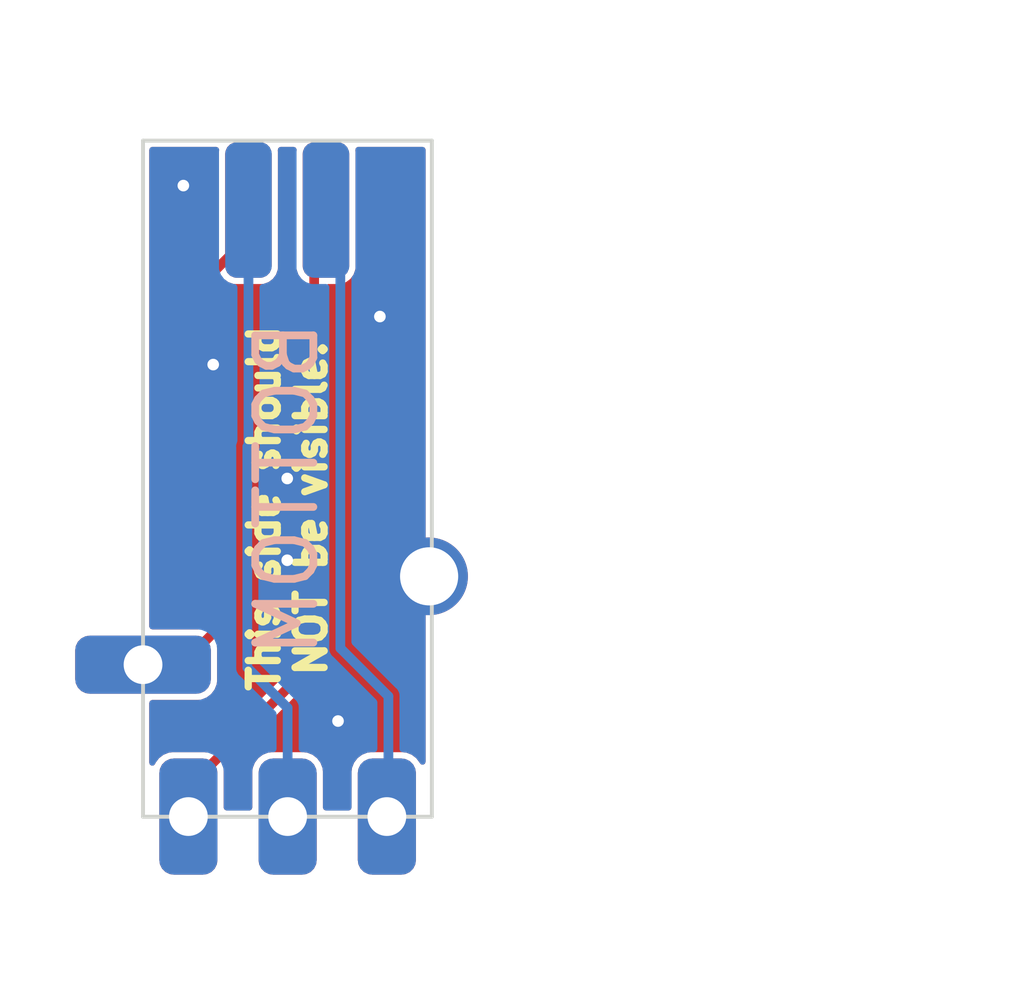
<source format=kicad_pcb>
(kicad_pcb (version 20211014) (generator pcbnew)
  (title_block (rev "1"))
  (layers (0 "F.Cu" signal "Front") (31 "B.Cu" signal "Back") (34 "B.Paste" user) (35 "F.Paste" user) (36 "B.SilkS" user "B.Silkscreen") (37 "F.SilkS" user "F.Silkscreen") (38 "B.Mask" user) (39 "F.Mask" user) (44 "Edge.Cuts" user))
  (net 0 "")
  (net 1 "/GND")
  (net 2 "/+5V")
  (net 3 "/Blue")
  (net 4 "/CSync")
  (net 5 "/CVBS")
  (footprint "9DIN2VGA:9DIN_Bottom_Pads" (layer "F.Cu") (at 139.68 95.2)
    (fp_text reference "DIN1" hide)
    (fp_text value "9DIN_Bottom")
    (pad "1" smd roundrect locked (at 1 -6.92) (size 1.2 3.5) (layers "B.Cu" "B.Paste" "B.Mask") (net 3 "/Blue"))
    (pad "2" smd roundrect locked (at -1 -6.92) (size 1.2 3.5) (layers "B.Cu" "B.Paste" "B.Mask") (net 2 "/+5V"))
    (pad "4" smd roundrect locked (at 0.998287 -6.92) (size 1.2 3.5) (layers "F.Cu" "F.Paste" "F.Mask") (net 5 "/CVBS"))
    (pad "5" smd roundrect locked (at -1.001713 -6.92) (size 1.2 3.5) (layers "F.Cu" "F.Paste" "F.Mask") (net 4 "/CSync"))
    (pad "10" thru_hole circle locked (at 0 0.01) (size 0.7 0.7) (drill 0.3) (layers *.Cu) (net 1 "/GND"))
  )
  (footprint "9DIN2VGA:9DIN_Bottom_Landing_Pads" (layer "F.Cu") (at 139.69 95.235418)
    (fp_text reference "LD1" hide)
    (fp_text value "9DIN_Bottom_Landing")
    (pad "1" thru_hole roundrect (at 2.56 8.7) (size 1.5 3) (drill 1) (layers *.Cu *.Mask) (net 3 "/Blue"))
    (pad "2" thru_hole roundrect (at 0 8.7) (size 1.5 3) (drill 1) (layers *.Cu *.Mask) (net 2 "/+5V"))
    (pad "4" thru_hole roundrect (at -2.56 8.7) (size 1.5 3) (drill 1) (layers *.Cu *.Mask) (net 5 "/CVBS"))
    (pad "5" thru_hole roundrect (at -3.73 4.78 90) (size 1.5 3.5) (drill 1) (layers *.Cu *.Mask) (net 4 "/CSync"))
    (pad "10" thru_hole roundrect (at 3.67 2.5) (size 2 2) (drill 0.3 (offset -0.5 0)) (layers *.Cu *.Mask) (net 1 "/GND"))
    (pad "10" thru_hole circle (at 3.65 2.5) (size 2 2) (drill 1.5) (layers *.Cu *.Mask) (net 1 "/GND"))
  )
  (gr_line (start 143.41 86.49) (end 135.96 86.49) (layer "Edge.Cuts") (width 0.1))
  (gr_line (start 135.96 86.49) (end 135.96 103.94) (layer "Edge.Cuts") (width 0.1))
  (gr_line (start 143.41 103.94) (end 143.41 86.49) (layer "Edge.Cuts") (width 0.1))
  (gr_line (start 135.96 103.94) (end 143.41 103.94) (layer "Edge.Cuts") (width 0.1))
  (gr_text "BOTTOM" (at 139.67 95.48 90) (layer "B.SilkS") (effects (font (size 1.5 1.5) (thickness 0.2)) (justify mirror)))
  (gr_text "This side should\nNOT be visible." (at 139.69 95.98 90) (layer "F.SilkS") (effects (font (size 0.75 0.75) (thickness 0.1875))))
  (via (at 140.99 101.47) (size 0.7) (drill 0.3) (layers "F.Cu" "B.Cu") (net 1))
  (via (at 139.68 97.32) (size 0.7) (drill 0.3) (layers "F.Cu" "B.Cu") (net 1))
  (via (at 142.07 91.03) (size 0.7) (drill 0.3) (layers "F.Cu" "B.Cu") (net 1))
  (via (at 137.77 92.27) (size 0.7) (drill 0.3) (layers "F.Cu" "B.Cu") (net 1))
  (via (at 137 87.65) (size 0.7) (drill 0.3) (layers "F.Cu" "B.Cu") (net 1))
  (segment (start 138.68 94.359802) (end 138.65 94.389802) (width 0.25) (layer "B.Cu") (net 2))
  (segment (start 138.68 88.03) (end 138.68 94.359802) (width 0.25) (layer "B.Cu") (net 2))
  (segment (start 139.69 101.13) (end 139.69 103.31) (width 0.25) (layer "B.Cu") (net 2))
  (segment (start 138.65 94.389802) (end 138.65 100.09) (width 0.25) (layer "B.Cu") (net 2))
  (segment (start 138.65 100.09) (end 139.69 101.13) (width 0.25) (layer "B.Cu") (net 2))
  (segment (start 141.05 99.59) (end 142.29 100.83) (width 0.25) (layer "B.Cu") (net 3))
  (segment (start 141.05 88.4) (end 141.05 99.59) (width 0.25) (layer "B.Cu") (net 3))
  (segment (start 142.29 100.83) (end 142.29 103.3) (width 0.25) (layer "B.Cu") (net 3))
  (segment (start 140.68 88.03) (end 141.05 88.4) (width 0.25) (layer "B.Cu") (net 3))
  (segment (start 137.74 96.93) (end 137.74 99.23) (width 0.25) (layer "F.Cu") (net 4))
  (segment (start 136.86 90.8) (end 136.86 96.05) (width 0.25) (layer "F.Cu") (net 4))
  (segment (start 136.86 96.05) (end 137.74 96.93) (width 0.25) (layer "F.Cu") (net 4))
  (segment (start 137.74 99.23) (end 136.94 100.03) (width 0.25) (layer "F.Cu") (net 4))
  (segment (start 138.678287 88.03) (end 138.68 88.031713) (width 0.25) (layer "F.Cu") (net 4))
  (segment (start 138.68 88.98) (end 136.86 90.8) (width 0.25) (layer "F.Cu") (net 4))
  (segment (start 138.68 88.031713) (end 138.68 88.98) (width 0.25) (layer "F.Cu") (net 4))
  (segment (start 140.678287 88.03) (end 140.375 88.333287) (width 0.25) (layer "F.Cu") (net 5))
  (segment (start 140.375 88.333287) (end 140.375 99.935) (width 0.25) (layer "F.Cu") (net 5))
  (segment (start 140.375 99.935) (end 137.15 103.16) (width 0.25) (layer "F.Cu") (net 5))
  (zone (net 1) (net_name "/GND") (layer "F.Cu") (connect_pads yes (clearance 0.16)) (min_thickness 0.16) (fill yes (thermal_gap 0.25) (thermal_bridge_width 0.5))
    (polygon (pts (xy 145.69 106.61) (xy 132.27 106.61) (xy 132.27 82.86) (xy 145.69 82.86)))
  )
  (zone (net 1) (net_name "/GND") (layer "B.Cu") (connect_pads yes (clearance 0.16)) (min_thickness 0.16) (fill yes (thermal_gap 0.25) (thermal_bridge_width 0.5))
    (polygon (pts (xy 147.66 108.58) (xy 133.79 108.615) (xy 133.79 84.765) (xy 147.66 84.73)))
  )
)
</source>
